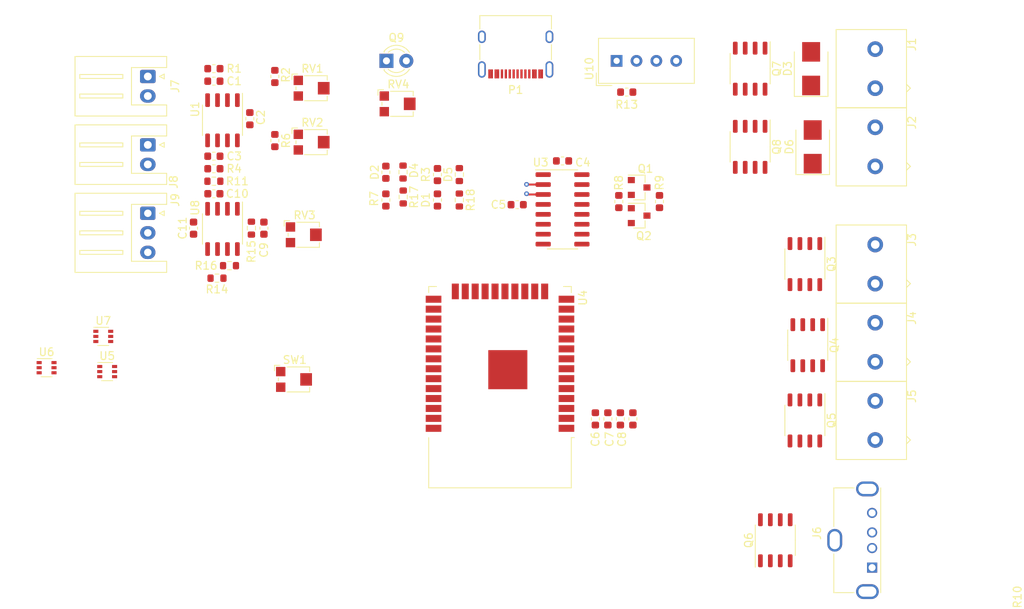
<source format=kicad_pcb>
(kicad_pcb (version 20210126) (generator pcbnew)
  (layers (0 "F.Cu" signal) (31 "B.Cu" signal) (34 "B.Paste" user) (35 "F.Paste" user) (36 "B.SilkS" user "B.Silkscreen") (37 "F.SilkS" user "F.Silkscreen") (38 "B.Mask" user) (39 "F.Mask" user) (44 "Edge.Cuts" user))
  (net 0 "")
  (net 1 "/Controller/EN")
  (net 2 "Net-(Q1-Pad2)")
  (net 3 "Net-(Q1-Pad1)")
  (net 4 "/Controller/IO0")
  (net 5 "Net-(Q2-Pad2)")
  (net 6 "Net-(Q2-Pad1)")
  (net 7 "+3V3")
  (net 8 "/ALERT0_IS_DRY")
  (net 9 "Net-(D1-Pad1)")
  (net 10 "GND")
  (net 11 "/ALERT1_IS_DRY")
  (net 12 "Net-(D2-Pad1)")
  (net 13 "Net-(C5-Pad1)")
  (net 14 "/Controller/RX")
  (net 15 "/Controller/TX")
  (net 16 "Net-(R10-Pad1)")
  (net 17 "Net-(D4-Pad1)")
  (net 18 "/Controller/DH11_IO")
  (net 19 "/AnalogMux/AIN_0")
  (net 20 "Net-(RV1-Pad2)")
  (net 21 "Net-(RV2-Pad2)")
  (net 22 "VDD")
  (net 23 "/WaterPumpControl/WATERPUMP_A-")
  (net 24 "/WATERPUM_B-")
  (net 25 "/LedControl/LEDSTRIP_A-")
  (net 26 "/LedControl/LEDSTRIP_B-")
  (net 27 "/LedControl/LEDSTRIP_C-")
  (net 28 "/LedControl/USB_LEDSTRIP_USB-")
  (net 29 "/FlasherCircuit/D-")
  (net 30 "/FlasherCircuit/D+")
  (net 31 "Net-(D5-Pad1)")
  (net 34 "+5V")
  (net 37 "/Controller/CTRL_LEDSTRIP_A")
  (net 38 "/Controller/CTRL_LEDSTRIP_B")
  (net 39 "/Controller/CTRL_LEDSTRIP_C")
  (net 40 "/Controller/CTRL_LEDSTRIP_USB")
  (net 41 "/Controller/CTRL_WATERPUMP_A")
  (net 42 "/Controller/CTRL_WATERPUMP_B")
  (net 43 "/ALERT2_IS_DARK")
  (net 44 "/ALERT3_CUSTOM")
  (net 45 "Net-(RV3-Pad2)")
  (net 46 "Net-(RV4-Pad2)")
  (net 54 "/SEL0")
  (net 70 "/AnalogMux/AOUT")
  (net 81 "/SEL1")
  (net 86 "/AnalogMux/AIN_1")
  (net 87 "/AnalogMux/AIN_2")
  (net 88 "/AnalogMux/AIN_3")
  (net 89 "/WaterPumpControl/WATERPUMP_B-")
  (footprint "Package_TO_SOT_SMD:SOT-23" (layer "F.Cu") (at 177.8 35.2)
    (fp_text reference "Q1" (at 0.8 -2.4) (layer "F.SilkS"))
    (fp_text value "BC817")
    (pad "1" smd rect (at -1 -0.95) (size 0.9 0.8) (layers "F.Cu" "F.Paste" "F.Mask") (net 3 "Net-(Q1-Pad1)"))
    (pad "2" smd rect (at -1 0.95) (size 0.9 0.8) (layers "F.Cu" "F.Paste" "F.Mask") (net 2 "Net-(Q1-Pad2)"))
    (pad "3" smd rect (at 1 0) (size 0.9 0.8) (layers "F.Cu" "F.Paste" "F.Mask") (net 1 "/Controller/EN"))
  )
  (footprint "Package_TO_SOT_SMD:SOT-23" (layer "F.Cu") (at 177.8 38.8)
    (fp_text reference "Q2" (at 0.6 2.6) (layer "F.SilkS"))
    (fp_text value "BC817")
    (pad "1" smd rect (at -1 -0.95) (size 0.9 0.8) (layers "F.Cu" "F.Paste" "F.Mask") (net 6 "Net-(Q2-Pad1)"))
    (pad "2" smd rect (at -1 0.95) (size 0.9 0.8) (layers "F.Cu" "F.Paste" "F.Mask") (net 5 "Net-(Q2-Pad2)"))
    (pad "3" smd rect (at 1 0) (size 0.9 0.8) (layers "F.Cu" "F.Paste" "F.Mask") (net 4 "/Controller/IO0"))
  )
  (footprint "Resistor_SMD:R_0603_1608Metric" (layer "F.Cu") (at 123.4 20)
    (fp_text reference "R1" (at 2.6 0) (layer "F.SilkS"))
    (fp_text value "10K")
    (pad "1" smd roundrect (at -0.7875 0) (size 0.875 0.95) (layers "F.Cu" "F.Paste" "F.Mask") (net 7 "+3V3"))
    (pad "2" smd roundrect (at 0.7875 0) (size 0.875 0.95) (layers "F.Cu" "F.Paste" "F.Mask") (net 19 "/AnalogMux/AIN_0"))
  )
  (footprint "Resistor_SMD:R_0603_1608Metric" (layer "F.Cu") (at 131.2 21 -90)
    (fp_text reference "R2" (at -0.2 -1.4 90) (layer "F.SilkS"))
    (fp_text value "10K")
    (pad "1" smd roundrect (at -0.7875 0 270) (size 0.875 0.95) (layers "F.Cu" "F.Paste" "F.Mask") (net 7 "+3V3"))
    (pad "2" smd roundrect (at 0.7875 0 270) (size 0.875 0.95) (layers "F.Cu" "F.Paste" "F.Mask") (net 8 "/ALERT0_IS_DRY"))
  )
  (footprint "Resistor_SMD:R_0603_1608Metric" (layer "F.Cu") (at 152 33.55 90)
    (fp_text reference "R3" (at 0 -1.5 90) (layer "F.SilkS"))
    (fp_text value "1K")
    (pad "1" smd roundrect (at -0.7875 0 90) (size 0.875 0.95) (layers "F.Cu" "F.Paste" "F.Mask") (net 9 "Net-(D1-Pad1)"))
    (pad "2" smd roundrect (at 0.7875 0 90) (size 0.875 0.95) (layers "F.Cu" "F.Paste" "F.Mask") (net 8 "/ALERT0_IS_DRY"))
  )
  (footprint "Resistor_SMD:R_0603_1608Metric" (layer "F.Cu") (at 123.4 32.8 180)
    (fp_text reference "R4" (at -2.6 0) (layer "F.SilkS"))
    (fp_text value "10K")
    (pad "1" smd roundrect (at -0.7875 0 180) (size 0.875 0.95) (layers "F.Cu" "F.Paste" "F.Mask") (net 7 "+3V3"))
    (pad "2" smd roundrect (at 0.7875 0 180) (size 0.875 0.95) (layers "F.Cu" "F.Paste" "F.Mask") (net 86 "/AnalogMux/AIN_1"))
  )
  (footprint "Resistor_SMD:R_0603_1608Metric" (layer "F.Cu") (at 131.2 29.2 -90)
    (fp_text reference "R6" (at 0 -1.43 90) (layer "F.SilkS"))
    (fp_text value "10K")
    (pad "1" smd roundrect (at -0.7875 0 270) (size 0.875 0.95) (layers "F.Cu" "F.Paste" "F.Mask") (net 7 "+3V3"))
    (pad "2" smd roundrect (at 0.7875 0 270) (size 0.875 0.95) (layers "F.Cu" "F.Paste" "F.Mask") (net 11 "/ALERT1_IS_DRY"))
  )
  (footprint "Resistor_SMD:R_0603_1608Metric" (layer "F.Cu") (at 145.4 36.8 -90)
    (fp_text reference "R7" (at -0.162779 1.5 90) (layer "F.SilkS"))
    (fp_text value "1K")
    (pad "1" smd roundrect (at -0.7875 0 270) (size 0.875 0.95) (layers "F.Cu" "F.Paste" "F.Mask") (net 12 "Net-(D2-Pad1)"))
    (pad "2" smd roundrect (at 0.7875 0 270) (size 0.875 0.95) (layers "F.Cu" "F.Paste" "F.Mask") (net 11 "/ALERT1_IS_DRY"))
  )
  (footprint "Package_SO:SOIC-16_3.9x9.9mm_P1.27mm" (layer "F.Cu") (at 168 38)
    (fp_text reference "U3" (at -2.8 -6) (layer "F.SilkS"))
    (fp_text value "CH340C")
    (pad "1" smd roundrect (at -2.475 -4.445) (size 1.95 0.6) (layers "F.Cu" "F.Paste" "F.Mask") (net 10 "GND"))
    (pad "2" smd roundrect (at -2.475 -3.175) (size 1.95 0.6) (layers "F.Cu" "F.Paste" "F.Mask") (net 15 "/Controller/TX"))
    (pad "3" smd roundrect (at -2.475 -1.905) (size 1.95 0.6) (layers "F.Cu" "F.Paste" "F.Mask") (net 14 "/Controller/RX"))
    (pad "4" smd roundrect (at -2.475 -0.635) (size 1.95 0.6) (layers "F.Cu" "F.Paste" "F.Mask") (net 13 "Net-(C5-Pad1)"))
    (pad "5" smd roundrect (at -2.475 0.635) (size 1.95 0.6) (layers "F.Cu" "F.Paste" "F.Mask") (net 30 "/FlasherCircuit/D+"))
    (pad "6" smd roundrect (at -2.475 1.905) (size 1.95 0.6) (layers "F.Cu" "F.Paste" "F.Mask") (net 29 "/FlasherCircuit/D-"))
    (pad "7" smd roundrect (at -2.475 3.175) (size 1.95 0.6) (layers "F.Cu" "F.Paste" "F.Mask"))
    (pad "8" smd roundrect (at -2.475 4.445) (size 1.95 0.6) (layers "F.Cu" "F.Paste" "F.Mask"))
    (pad "9" smd roundrect (at 2.475 4.445) (size 1.95 0.6) (layers "F.Cu" "F.Paste" "F.Mask"))
    (pad "10" smd roundrect (at 2.475 3.175) (size 1.95 0.6) (layers "F.Cu" "F.Paste" "F.Mask"))
    (pad "11" smd roundrect (at 2.475 1.905) (size 1.95 0.6) (layers "F.Cu" "F.Paste" "F.Mask"))
    (pad "12" smd roundrect (at 2.475 0.635) (size 1.95 0.6) (layers "F.Cu" "F.Paste" "F.Mask"))
    (pad "13" smd roundrect (at 2.475 -0.635) (size 1.95 0.6) (layers "F.Cu" "F.Paste" "F.Mask") (net 5 "Net-(Q2-Pad2)"))
    (pad "14" smd roundrect (at 2.475 -1.905) (size 1.95 0.6) (layers "F.Cu" "F.Paste" "F.Mask") (net 2 "Net-(Q1-Pad2)"))
    (pad "15" smd roundrect (at 2.475 -3.175) (size 1.95 0.6) (layers "F.Cu" "F.Paste" "F.Mask"))
    (pad "16" smd roundrect (at 2.475 -4.445) (size 1.95 0.6) (layers "F.Cu" "F.Paste" "F.Mask") (net 34 "+5V"))
  )
  (footprint "RF_Module:ESP32-WROOM-32" (layer "F.Cu") (at 160 57.75 180)
    (fp_text reference "U4" (at -10.61 8.43 90) (layer "F.SilkS"))
    (fp_text value "ESP32-WROOM-32")
    (pad "1" smd rect (at -8.5 -8.255 180) (size 2 0.9) (layers "F.Cu" "F.Paste" "F.Mask") (net 10 "GND"))
    (pad "2" smd rect (at -8.5 -6.985 180) (size 2 0.9) (layers "F.Cu" "F.Paste" "F.Mask") (net 7 "+3V3"))
    (pad "3" smd rect (at -8.5 -5.715 180) (size 2 0.9) (layers "F.Cu" "F.Paste" "F.Mask") (net 1 "/Controller/EN"))
    (pad "4" smd rect (at -8.5 -4.445 180) (size 2 0.9) (layers "F.Cu" "F.Paste" "F.Mask") (net 70 "/AnalogMux/AOUT"))
    (pad "5" smd rect (at -8.5 -3.175 180) (size 2 0.9) (layers "F.Cu" "F.Paste" "F.Mask") (net 16 "Net-(R10-Pad1)"))
    (pad "6" smd rect (at -8.5 -1.905 180) (size 2 0.9) (layers "F.Cu" "F.Paste" "F.Mask"))
    (pad "7" smd rect (at -8.5 -0.635 180) (size 2 0.9) (layers "F.Cu" "F.Paste" "F.Mask"))
    (pad "8" smd rect (at -8.5 0.635 180) (size 2 0.9) (layers "F.Cu" "F.Paste" "F.Mask"))
    (pad "9" smd rect (at -8.5 1.905 180) (size 2 0.9) (layers "F.Cu" "F.Paste" "F.Mask"))
    (pad "10" smd rect (at -8.5 3.175 180) (size 2 0.9) (layers "F.Cu" "F.Paste" "F.Mask"))
    (pad "11" smd rect (at -8.5 4.445 180) (size 2 0.9) (layers "F.Cu" "F.Paste" "F.Mask"))
    (pad "12" smd rect (at -8.5 5.715 180) (size 2 0.9) (layers "F.Cu" "F.Paste" "F.Mask"))
    (pad "13" smd rect (at -8.5 6.985 180) (size 2 0.9) (layers "F.Cu" "F.Paste" "F.Mask") (net 37 "/Controller/CTRL_LEDSTRIP_A"))
    (pad "14" smd rect (at -8.5 8.255 180) (size 2 0.9) (layers "F.Cu" "F.Paste" "F.Mask") (net 54 "/SEL0"))
    (pad "15" smd rect (at -5.715 9.255 270) (size 2 0.9) (layers "F.Cu" "F.Paste" "F.Mask") (net 10 "GND"))
    (pad "16" smd rect (at -4.445 9.255 270) (size 2 0.9) (layers "F.Cu" "F.Paste" "F.Mask") (net 81 "/SEL1"))
    (pad "17" smd rect (at -3.175 9.255 270) (size 2 0.9) (layers "F.Cu" "F.Paste" "F.Mask"))
    (pad "18" smd rect (at -1.905 9.255 270) (size 2 0.9) (layers "F.Cu" "F.Paste" "F.Mask"))
    (pad "19" smd rect (at -0.635 9.255 270) (size 2 0.9) (layers "F.Cu" "F.Paste" "F.Mask"))
    (pad "20" smd rect (at 0.635 9.255 270) (size 2 0.9) (layers "F.Cu" "F.Paste" "F.Mask"))
    (pad "21" smd rect (at 1.905 9.255 270) (size 2 0.9) (layers "F.Cu" "F.Paste" "F.Mask"))
    (pad "22" smd rect (at 3.175 9.255 270) (size 2 0.9) (layers "F.Cu" "F.Paste" "F.Mask"))
    (pad "23" smd rect (at 4.445 9.255 270) (size 2 0.9) (layers "F.Cu" "F.Paste" "F.Mask") (net 38 "/Controller/CTRL_LEDSTRIP_B"))
    (pad "24" smd rect (at 5.715 9.255 270) (size 2 0.9) (layers "F.Cu" "F.Paste" "F.Mask"))
    (pad "25" smd rect (at 8.5 8.255 180) (size 2 0.9) (layers "F.Cu" "F.Paste" "F.Mask") (net 4 "/Controller/IO0"))
    (pad "26" smd rect (at 8.5 6.985 180) (size 2 0.9) (layers "F.Cu" "F.Paste" "F.Mask") (net 41 "/Controller/CTRL_WATERPUMP_A"))
    (pad "27" smd rect (at 8.5 5.715 180) (size 2 0.9) (layers "F.Cu" "F.Paste" "F.Mask") (net 39 "/Controller/CTRL_LEDSTRIP_C"))
    (pad "28" smd rect (at 8.5 4.445 180) (size 2 0.9) (layers "F.Cu" "F.Paste" "F.Mask") (net 40 "/Controller/CTRL_LEDSTRIP_USB"))
    (pad "29" smd rect (at 8.5 3.175 180) (size 2 0.9) (layers "F.Cu" "F.Paste" "F.Mask") (net 42 "/Controller/CTRL_WATERPUMP_B"))
    (pad "30" smd rect (at 8.5 1.905 180) (size 2 0.9) (layers "F.Cu" "F.Paste" "F.Mask") (net 8 "/ALERT0_IS_DRY"))
    (pad "31" smd rect (at 8.5 0.635 180) (size 2 0.9) (layers "F.Cu" "F.Paste" "F.Mask") (net 11 "/ALERT1_IS_DRY"))
    (pad "32" smd rect (at 8.5 -0.635 180) (size 2 0.9) (layers "F.Cu" "F.Paste" "F.Mask"))
    (pad "33" smd rect (at 8.5 -1.905 180) (size 2 0.9) (layers "F.Cu" "F.Paste" "F.Mask") (net 43 "/ALERT2_IS_DARK"))
    (pad "34" smd rect (at 8.5 -3.175 180) (size 2 0.9) (layers "F.Cu" "F.Paste" "F.Mask") (net 14 "/Controller/RX"))
    (pad "35" smd rect (at 8.5 -4.445 180) (size 2 0.9) (layers "F.Cu" "F.Paste" "F.Mask") (net 15 "/Controller/TX"))
    (pad "36" smd rect (at 8.5 -5.715 180) (size 2 0.9) (layers "F.Cu" "F.Paste" "F.Mask") (net 44 "/ALERT3_CUSTOM"))
    (pad "37" smd rect (at 8.5 -6.985 180) (size 2 0.9) (layers "F.Cu" "F.Paste" "F.Mask") (net 18 "/Controller/DH11_IO"))
    (pad "38" smd rect (at 8.5 -8.255 180) (size 2 0.9) (layers "F.Cu" "F.Paste" "F.Mask") (net 10 "GND"))
    (pad "39" smd rect (at -1 -0.755 180) (size 5 5) (layers "F.Cu" "F.Paste" "F.Mask") (net 10 "GND"))
  )
  (footprint "Package_TO_SOT_SMD:SOT-363_SC-70-6" (layer "F.Cu") (at 109.75 58.75)
    (fp_text reference "U5" (at 0 -2) (layer "F.SilkS"))
    (fp_text value "NC7SB3157P6X")
    (pad "1" smd rect (at -0.95 -0.65) (size 0.65 0.4) (layers "F.Cu" "F.Paste" "F.Mask"))
    (pad "2" smd rect (at -0.95 0) (size 0.65 0.4) (layers "F.Cu" "F.Paste" "F.Mask") (net 10 "GND"))
    (pad "3" smd rect (at -0.95 0.65) (size 0.65 0.4) (layers "F.Cu" "F.Paste" "F.Mask"))
    (pad "4" smd rect (at 0.95 0.65) (size 0.65 0.4) (layers "F.Cu" "F.Paste" "F.Mask"))
    (pad "5" smd rect (at 0.95 0) (size 0.65 0.4) (layers "F.Cu" "F.Paste" "F.Mask") (net 7 "+3V3"))
    (pad "6" smd rect (at 0.95 -0.65) (size 0.65 0.4) (layers "F.Cu" "F.Paste" "F.Mask"))
  )
  (footprint "Package_TO_SOT_SMD:SOT-363_SC-70-6" (layer "F.Cu") (at 102 58.25)
    (fp_text reference "U6" (at 0 -2) (layer "F.SilkS"))
    (fp_text value "NC7SB3157P6X")
    (pad "1" smd rect (at -0.95 -0.65) (size 0.65 0.4) (layers "F.Cu" "F.Paste" "F.Mask"))
    (pad "2" smd rect (at -0.95 0) (size 0.65 0.4) (layers "F.Cu" "F.Paste" "F.Mask"))
    (pad "3" smd rect (at -0.95 0.65) (size 0.65 0.4) (layers "F.Cu" "F.Paste" "F.Mask"))
    (pad "4" smd rect (at 0.95 0.65) (size 0.65 0.4) (layers "F.Cu" "F.Paste" "F.Mask"))
    (pad "5" smd rect (at 0.95 0) (size 0.65 0.4) (layers "F.Cu" "F.Paste" "F.Mask"))
    (pad "6" smd rect (at 0.95 -0.65) (size 0.65 0.4) (layers "F.Cu" "F.Paste" "F.Mask"))
  )
  (footprint "Package_TO_SOT_SMD:SOT-363_SC-70-6" (layer "F.Cu") (at 109.25 54.25)
    (fp_text reference "U7" (at 0 -2) (layer "F.SilkS"))
    (fp_text value "NC7SB3157P6X")
    (pad "1" smd rect (at -0.95 -0.65) (size 0.65 0.4) (layers "F.Cu" "F.Paste" "F.Mask"))
    (pad "2" smd rect (at -0.95 0) (size 0.65 0.4) (layers "F.Cu" "F.Paste" "F.Mask") (net 54 "/SEL0"))
    (pad "3" smd rect (at -0.95 0.65) (size 0.65 0.4) (layers "F.Cu" "F.Paste" "F.Mask"))
    (pad "4" smd rect (at 0.95 0.65) (size 0.65 0.4) (layers "F.Cu" "F.Paste" "F.Mask") (net 70 "/AnalogMux/AOUT"))
    (pad "5" smd rect (at 0.95 0) (size 0.65 0.4) (layers "F.Cu" "F.Paste" "F.Mask"))
    (pad "6" smd rect (at 0.95 -0.65) (size 0.65 0.4) (layers "F.Cu" "F.Paste" "F.Mask") (net 81 "/SEL1"))
  )
  (footprint "Sensor:Aosong_DHT11_5.5x12.0_P2.54mm" (layer "F.Cu") (at 174.92 19 90)
    (fp_text reference "U10" (at -1 -3.5 90) (layer "F.SilkS"))
    (fp_text value "DHT11")
    (pad "1" thru_hole rect (at 0 0 90) (size 1.5 1.5) (drill 0.8) (layers *.Cu *.Mask) (net 7 "+3V3"))
    (pad "2" thru_hole circle (at 0 2.54 90) (size 1.5 1.5) (drill 0.8) (layers *.Cu *.Mask) (net 18 "/Controller/DH11_IO"))
    (pad "3" thru_hole circle (at 0 5.08 90) (size 1.5 1.5) (drill 0.8) (layers *.Cu *.Mask))
    (pad "4" thru_hole circle (at 0 7.62 90) (size 1.5 1.5) (drill 0.8) (layers *.Cu *.Mask) (net 10 "GND"))
  )
  (footprint "Capacitor_SMD:C_0603_1608Metric" (layer "F.Cu") (at 123.4 21.6 180)
    (fp_text reference "C1" (at -2.6 0) (layer "F.SilkS"))
    (fp_text value "10nF")
    (pad "1" smd roundrect (at -0.7875 0 180) (size 0.875 0.95) (layers "F.Cu" "F.Paste" "F.Mask") (net 19 "/AnalogMux/AIN_0"))
    (pad "2" smd roundrect (at 0.7875 0 180) (size 0.875 0.95) (layers "F.Cu" "F.Paste" "F.Mask") (net 10 "GND"))
  )
  (footprint "Capacitor_SMD:C_0603_1608Metric" (layer "F.Cu") (at 128 26.4 90)
    (fp_text reference "C2" (at 0.162779 1.4 90) (layer "F.SilkS"))
    (fp_text value "100nF")
    (pad "1" smd roundrect (at -0.7875 0 90) (size 0.875 0.95) (layers "F.Cu" "F.Paste" "F.Mask") (net 7 "+3V3"))
    (pad "2" smd roundrect (at 0.7875 0 90) (size 0.875 0.95) (layers "F.Cu" "F.Paste" "F.Mask") (net 10 "GND"))
  )
  (footprint "Capacitor_SMD:C_0603_1608Metric" (layer "F.Cu") (at 123.4 31.2)
    (fp_text reference "C3" (at 2.6 0) (layer "F.SilkS"))
    (fp_text value "10nF")
    (pad "1" smd roundrect (at -0.7875 0) (size 0.875 0.95) (layers "F.Cu" "F.Paste" "F.Mask") (net 86 "/AnalogMux/AIN_1"))
    (pad "2" smd roundrect (at 0.7875 0) (size 0.875 0.95) (layers "F.Cu" "F.Paste" "F.Mask") (net 10 "GND"))
  )
  (footprint "Capacitor_SMD:C_0603_1608Metric" (layer "F.Cu") (at 168 31.8 180)
    (fp_text reference "C4" (at -2.6 -0.2) (layer "F.SilkS"))
    (fp_text value "10uF")
    (pad "1" smd roundrect (at -0.7875 0 180) (size 0.875 0.95) (layers "F.Cu" "F.Paste" "F.Mask") (net 34 "+5V"))
    (pad "2" smd roundrect (at 0.7875 0 180) (size 0.875 0.95) (layers "F.Cu" "F.Paste" "F.Mask") (net 10 "GND"))
  )
  (footprint "Capacitor_SMD:C_0603_1608Metric" (layer "F.Cu") (at 162.2 37.4 180)
    (fp_text reference "C5" (at 2.4 0) (layer "F.SilkS"))
    (fp_text value "0.1nF")
    (pad "1" smd roundrect (at -0.7875 0 180) (size 0.875 0.95) (layers "F.Cu" "F.Paste" "F.Mask") (net 13 "Net-(C5-Pad1)"))
    (pad "2" smd roundrect (at 0.7875 0 180) (size 0.875 0.95) (layers "F.Cu" "F.Paste" "F.Mask") (net 10 "GND"))
  )
  (footprint "Capacitor_SMD:C_0603_1608Metric" (layer "F.Cu") (at 172.2 64.8 -90)
    (fp_text reference "C6" (at 2.6 0 90) (layer "F.SilkS"))
    (fp_text value "1uF")
    (pad "1" smd roundrect (at -0.7875 0 270) (size 0.875 0.95) (layers "F.Cu" "F.Paste" "F.Mask") (net 7 "+3V3"))
    (pad "2" smd roundrect (at 0.7875 0 270) (size 0.875 0.95) (layers "F.Cu" "F.Paste" "F.Mask") (net 10 "GND"))
  )
  (footprint "Capacitor_SMD:C_0603_1608Metric" (layer "F.Cu") (at 173.8 64.8 -90)
    (fp_text reference "C7" (at 2.6 -0.2 90) (layer "F.SilkS"))
    (fp_text value "0.1uF")
    (pad "1" smd roundrect (at -0.7875 0 270) (size 0.875 0.95) (layers "F.Cu" "F.Paste" "F.Mask") (net 7 "+3V3"))
    (pad "2" smd roundrect (at 0.7875 0 270) (size 0.875 0.95) (layers "F.Cu" "F.Paste" "F.Mask") (net 10 "GND"))
  )
  (footprint "Capacitor_SMD:C_0603_1608Metric" (layer "F.Cu") (at 175.4 64.8 -90)
    (fp_text reference "C8" (at 2.6 -0.2 90) (layer "F.SilkS"))
    (fp_text value "C_Small")
    (pad "1" smd roundrect (at -0.7875 0 270) (size 0.875 0.95) (layers "F.Cu" "F.Paste" "F.Mask") (net 1 "/Controller/EN"))
    (pad "2" smd roundrect (at 0.7875 0 270) (size 0.875 0.95) (layers "F.Cu" "F.Paste" "F.Mask") (net 10 "GND"))
  )
  (footprint "Resistor_SMD:R_0603_1608Metric" (layer "F.Cu") (at 152 36.8 -90)
    (fp_text reference "D1" (at 0 1.5 90) (layer "F.SilkS"))
    (fp_text value "LED")
    (pad "1" smd roundrect (at -0.7875 0 270) (size 0.875 0.95) (layers "F.Cu" "F.Paste" "F.Mask") (net 9 "Net-(D1-Pad1)"))
    (pad "2" smd roundrect (at 0.7875 0 270) (size 0.875 0.95) (layers "F.Cu" "F.Paste" "F.Mask") (net 7 "+3V3"))
  )
  (footprint "Resistor_SMD:R_0603_1608Metric" (layer "F.Cu") (at 145.4 33.25 90)
    (fp_text reference "D2" (at 0 -1.43 90) (layer "F.SilkS"))
    (fp_text value "LED")
    (pad "1" smd roundrect (at -0.7875 0 90) (size 0.875 0.95) (layers "F.Cu" "F.Paste" "F.Mask") (net 12 "Net-(D2-Pad1)"))
    (pad "2" smd roundrect (at 0.7875 0 90) (size 0.875 0.95) (layers "F.Cu" "F.Paste" "F.Mask") (net 7 "+3V3"))
  )
  (footprint "Connector_USB:USB_A_Molex_105057_Vertical" (layer "F.Cu") (at 207.6 83.825 90)
    (fp_text reference "J6" (at 4.4 -7.05 90) (layer "F.SilkS"))
    (fp_text value "USB_A")
    (pad "1" thru_hole rect (at 0 0 90) (size 1.3 1.3) (drill 0.9) (layers *.Cu *.Mask) (net 34 "+5V"))
    (pad "2" thru_hole circle (at 2.5 0 90) (size 1.3 1.3) (drill 0.9) (layers *.Cu *.Mask))
    (pad "3" thru_hole circle (at 4.5 0 90) (size 1.3 1.3) (drill 0.9) (layers *.Cu *.Mask))
    (pad "4" thru_hole circle (at 7 0 90) (size 1.3 1.3) (drill 0.9) (layers *.Cu *.Mask) (net 28 "/LedControl/USB_LEDSTRIP_USB-"))
    (pad "5" thru_hole oval (at 10.07 -0.6 90) (size 1.9 2.9) (drill oval 1.3 2.3) (layers *.Cu *.Mask) (net 10 "GND"))
    (pad "5" thru_hole oval (at -3.07 -0.6 270) (size 1.9 2.9) (drill oval 1.3 2.3) (layers *.Cu *.Mask) (net 10 "GND"))
    (pad "5" thru_hole oval (at 3.5 -4.78 180) (size 1.9 2.9) (drill oval 1.3 2.3) (layers *.Cu *.Mask) (net 10 "GND"))
  )
  (footprint "Resistor_SMD:R_0603_1608Metric" (layer "F.Cu") (at 175.2 37 90)
    (fp_text reference "R8" (at 2.4 0 90) (layer "F.SilkS"))
    (fp_text value "R_Small")
    (pad "1" smd roundrect (at -0.7875 0 90) (size 0.875 0.95) (layers "F.Cu" "F.Paste" "F.Mask") (net 5 "Net-(Q2-Pad2)"))
    (pad "2" smd roundrect (at 0.7875 0 90) (size 0.875 0.95) (layers "F.Cu" "F.Paste" "F.Mask") (net 3 "Net-(Q1-Pad1)"))
  )
  (footprint "Resistor_SMD:R_0603_1608Metric" (layer "F.Cu") (at 180.4 37 -90)
    (fp_text reference "R9" (at -2.4125 0 90) (layer "F.SilkS"))
    (fp_text value "R_Small")
    (pad "1" smd roundrect (at -0.7875 0 270) (size 0.875 0.95) (layers "F.Cu" "F.Paste" "F.Mask") (net 2 "Net-(Q1-Pad2)"))
    (pad "2" smd roundrect (at 0.7875 0 270) (size 0.875 0.95) (layers "F.Cu" "F.Paste" "F.Mask") (net 6 "Net-(Q2-Pad1)"))
  )
  (footprint "Resistor_SMD:R_0603_1608Metric" (layer "F.Cu") (at 177 64.8 -90)
    (fp_text reference "R10" (at 22.78 -49.2 90) (layer "F.SilkS"))
    (fp_text value "0")
    (pad "1" smd roundrect (at -0.7875 0 270) (size 0.875 0.95) (layers "F.Cu" "F.Paste" "F.Mask") (net 16 "Net-(R10-Pad1)"))
    (pad "2" smd roundrect (at 0.7875 0 270) (size 0.875 0.95) (layers "F.Cu" "F.Paste" "F.Mask") (net 10 "GND"))
  )
  (footprint "Resistor_SMD:R_0603_1608Metric" (layer "F.Cu") (at 176.2125 23)
    (fp_text reference "R13" (at 0 1.6) (layer "F.SilkS"))
    (fp_text value "10K")
    (pad "1" smd roundrect (at -0.7875 0) (size 0.875 0.95) (layers "F.Cu" "F.Paste" "F.Mask") (net 7 "+3V3"))
    (pad "2" smd roundrect (at 0.7875 0) (size 0.875 0.95) (layers "F.Cu" "F.Paste" "F.Mask") (net 18 "/Controller/DH11_IO"))
  )
  (footprint "Potentiometer_SMD:Potentiometer_Bourns_TC33X_Vertical" (layer "F.Cu") (at 136 22.5)
    (fp_text reference "RV1" (at 0 -2.5) (layer "F.SilkS"))
    (fp_text value "10K")
    (pad "1" smd rect (at -1.8 -1) (size 1.2 1.2) (layers "F.Cu" "F.Paste" "F.Mask") (net 7 "+3V3"))
    (pad "2" smd rect (at 1.45 0) (size 1.5 1.6) (layers "F.Cu" "F.Paste" "F.Mask") (net 20 "Net-(RV1-Pad2)"))
    (pad "3" smd rect (at -1.8 1) (size 1.2 1.2) (layers "F.Cu" "F.Paste" "F.Mask") (net 10 "GND"))
  )
  (footprint "Potentiometer_SMD:Potentiometer_Bourns_TC33X_Vertical" (layer "F.Cu") (at 136 29.4)
    (fp_text reference "RV2" (at 0 -2.5) (layer "F.SilkS"))
    (fp_text value "10K")
    (pad "1" smd rect (at -1.8 -1) (size 1.2 1.2) (layers "F.Cu" "F.Paste" "F.Mask") (net 7 "+3V3"))
    (pad "2" smd rect (at 1.45 0) (size 1.5 1.6) (layers "F.Cu" "F.Paste" "F.Mask") (net 21 "Net-(RV2-Pad2)"))
    (pad "3" smd rect (at -1.8 1) (size 1.2 1.2) (layers "F.Cu" "F.Paste" "F.Mask") (net 10 "GND"))
  )
  (footprint "Potentiometer_SMD:Potentiometer_Bourns_TC33X_Vertical" (layer "F.Cu") (at 133.75 59.75)
    (fp_text reference "SW1" (at 0 -2.5) (layer "F.SilkS"))
    (fp_text value "SW_Push")
    (pad "1" smd rect (at -1.8 -1) (size 1.2 1.2) (layers "F.Cu" "F.Paste" "F.Mask") (net 10 "GND"))
    (pad "2" smd rect (at 1.45 0) (size 1.5 1.6) (layers "F.Cu" "F.Paste" "F.Mask") (net 1 "/Controller/EN"))
    (pad "3" smd rect (at -1.8 1) (size 1.2 1.2) (layers "F.Cu" "F.Paste" "F.Mask"))
  )
  (footprint "Package_SO:SO-8_3.9x4.9mm_P1.27mm" (layer "F.Cu") (at 124.5 26.6 -90)
    (fp_text reference "U1" (at -1.4 3.5 90) (layer "F.SilkS"))
    (fp_text value "LM293")
    (pad "1" smd roundrect (at -2.575 -1.905 270) (size 1.75 0.6) (layers "F.Cu" "F.Paste" "F.Mask") (net 8 "/ALERT0_IS_DRY"))
    (pad "2" smd roundrect (at -2.575 -0.635 270) (size 1.75 0.6) (layers "F.Cu" "F.Paste" "F.Mask") (net 20 "Net-(RV1-Pad2)"))
    (pad "3" smd roundrect (at -2.575 0.635 270) (size 1.75 0.6) (layers "F.Cu" "F.Paste" "F.Mask") (net 19 "/AnalogMux/AIN_0"))
    (pad "4" smd roundrect (at -2.575 1.905 270) (size 1.75 0.6) (layers "F.Cu" "F.Paste" "F.Mask") (net 10 "GND"))
    (pad "5" smd roundrect (at 2.575 1.905 270) (size 1.75 0.6) (layers "F.Cu" "F.Paste" "F.Mask") (net 86 "/AnalogMux/AIN_1"))
    (pad "6" smd roundrect (at 2.575 0.635 270) (size 1.75 0.6) (layers "F.Cu" "F.Paste" "F.Mask") (net 21 "Net-(RV2-Pad2)"))
    (pad "7" smd roundrect (at 2.575 -0.635 270) (size 1.75 0.6) (layers "F.Cu" "F.Paste" "F.Mask") (net 11 "/ALERT1_IS_DRY"))
    (pad "8" smd roundrect (at 2.575 -1.905 270) (size 1.75 0.6) (layers "F.Cu" "F.Paste" "F.Mask") (net 7 "+3V3"))
  )
  (footprint "ConnectorsSMD:TB001-500-02BE" (layer "F.Cu") (at 208 20 -90)
    (fp_text reference "J1" (at -3.1 -4.7 90) (layer "F.SilkS"))
    (fp_text value "Conn_01x02")
    (pad "1" thru_hole circle (at 2.5 0 270) (size 2 2) (drill 1.1) (layers *.Cu *.Mask) (net 22 "VDD"))
    (pad "2" thru_hole circle (at -2.5 0 270) (size 2 2) (drill 1.1) (layers *.Cu *.Mask) (net 23 "/WaterPumpControl/WATERPUMP_A-"))
  )
  (footprint "ConnectorsSMD:TB001-500-02BE" (layer "F.Cu") (at 208 30 -90)
    (fp_text reference "J2" (at -3.1 -4.7 90) (layer "F.SilkS"))
    (fp_text value "Conn_01x02")
    (pad "1" thru_hole circle (at 2.5 0 270) (size 2 2) (drill 1.1) (layers *.Cu *.Mask) (net 22 "VDD"))
    (pad "2" thru_hole circle (at -2.5 0 270) (size 2 2) (drill 1.1) (layers *.Cu *.Mask) (net 24 "/WATERPUM_B-"))
  )
  (footprint "ConnectorsSMD:TB001-500-02BE" (layer "F.Cu") (at 208 45 -90)
    (fp_text reference "J3" (at -3.1 -4.7 90) (layer "F.SilkS"))
    (fp_text value "Conn_01x02")
    (pad "1" thru_hole circle (at 2.5 0 270) (size 2 2) (drill 1.1) (layers *.Cu *.Mask) (net 22 "VDD"))
    (pad "2" thru_hole circle (at -2.5 0 270) (size 2 2) (drill 1.1) (layers *.Cu *.Mask) (net 25 "/LedControl/LEDSTRIP_A-"))
  )
  (footprint "ConnectorsSMD:TB001-500-02BE" (layer "F.Cu") (at 208 55 -90)
    (fp_text reference "J4" (at -3.1 -4.7 90) (layer "F.SilkS"))
    (fp_text value "Conn_01x02")
    (pad "1" thru_hole circle (at 2.5 0 270) (size 2 2) (drill 1.1) (layers *.Cu *.Mask) (net 22 "VDD"))
    (pad "2" thru_hole circle (at -2.5 0 270) (size 2 2) (drill 1.1) (layers *.Cu *.Mask) (net 26 "/LedControl/LEDSTRIP_B-"))
  )
  (footprint "ConnectorsSMD:TB001-500-02BE" (layer "F.Cu") (at 208 65 -90)
    (fp_text reference "J5" (at -3.1 -4.7 90) (layer "F.SilkS"))
    (fp_text value "Conn_01x02")
    (pad "1" thru_hole circle (at 2.5 0 270) (size 2 2) (drill 1.1) (layers *.Cu *.Mask) (net 22 "VDD"))
    (pad "2" thru_hole circle (at -2.5 0 270) (size 2 2) (drill 1.1) (layers *.Cu *.Mask) (net 27 "/LedControl/LEDSTRIP_C-"))
  )
  (footprint "Connector_JST:JST_XH_S2B-XH-A_1x02_P2.50mm_Horizontal" (layer "F.Cu") (at 114.95 21 -90)
    (fp_text reference "J7" (at 1.25 -3.5 90) (layer "F.SilkS"))
    (fp_text value "Conn_01x02")
    (pad "1" thru_hole roundrect (at 0 0 270) (size 1.7 2) (drill 1) (layers *.Cu *.Mask) (roundrect_rratio 0.147059) (net 19 "/AnalogMux/AIN_0"))
    (pad "2" thru_hole oval (at 2.5 0 270) (size 1.7 2) (drill 1) (layers *.Cu *.Mask) (net 10 "GND"))
  )
  (footprint "Connector_JST:JST_XH_S2B-XH-A_1x02_P2.50mm_Horizontal" (layer "F.Cu") (at 114.95 29.75 -90)
    (fp_text reference "J8" (at 4.75 -3.3 90) (layer "F.SilkS"))
    (fp_text value "Conn_01x02")
    (pad "1" thru_hole roundrect (at 0 0 270) (size 1.7 2) (drill 1) (layers *.Cu *.Mask) (roundrect_rratio 0.147059) (net 86 "/AnalogMux/AIN_1"))
    (pad "2" thru_hole oval (at 2.5 0 270) (size 1.7 2) (drill 1) (layers *.Cu *.Mask) (net 10 "GND"))
  )
  (footprint "Package_SO:SOP-8_3.9x4.9mm_P1.27mm" (layer "F.Cu") (at 199 45 -90)
    (fp_text reference "Q3" (at 0 -3.4 90) (layer "F.SilkS"))
    (fp_text value "NCE3018AS")
    (pad "1" smd roundrect (at -2.625 -1.905 270) (size 1.65 0.6) (layers "F.Cu" "F.Paste" "F.Mask") (net 25 "/LedControl/LEDSTRIP_A-"))
    (pad "2" smd roundrect (at -2.625 -0.635 270) (size 1.65 0.6) (layers "F.Cu" "F.Paste" "F.Mask") (net 37 "/Controller/CTRL_LEDSTRIP_A"))
    (pad "3" smd roundrect (at -2.625 0.635 270) (size 1.65 0.6) (layers "F.Cu" "F.Paste" "F.Mask") (net 10 "GND"))
    (pad "4" smd roundrect (at -2.625 1.905 270) (size 1.65 0.6) (layers "F.Cu" "F.Paste" "F.Mask"))
    (pad "5" smd roundrect (at 2.625 1.905 270) (size 1.65 0.6) (layers "F.Cu" "F.Paste" "F.Mask"))
    (pad "6" smd roundrect (at 2.625 0.635 270) (size 1.65 0.6) (layers "F.Cu" "F.Paste" "F.Mask"))
    (pad "7" smd roundrect (at 2.625 -0.635 270) (size 1.65 0.6) (layers "F.Cu" "F.Paste" "F.Mask"))
    (pad "8" smd roundrect (at 2.625 -1.905 270) (size 1.65 0.6) (layers "F.Cu" "F.Paste" "F.Mask"))
  )
  (footprint "Package_SO:SOP-8_3.9x4.9mm_P1.27mm" (layer "F.Cu") (at 199.365 55.375 -90)
    (fp_text reference "Q4" (at 0 -3.4 90) (layer "F.SilkS"))
    (fp_text value "NCE3018AS")
    (pad "1" smd roundrect (at -2.625 -1.905 270) (size 1.65 0.6) (layers "F.Cu" "F.Paste" "F.Mask") (net 26 "/LedControl/LEDSTRIP_B-"))
    (pad "2" smd roundrect (at -2.625 -0.635 270) (size 1.65 0.6) (layers "F.Cu" "F.Paste" "F.Mask") (net 38 "/Controller/CTRL_LEDSTRIP_B"))
    (pad "3" smd roundrect (at -2.625 0.635 270) (size 1.65 0.6) (layers "F.Cu" "F.Paste" "F.Mask") (net 10 "GND"))
    (pad "4" smd roundrect (at -2.625 1.905 270) (size 1.65 0.6) (layers "F.Cu" "F.Paste" "F.Mask"))
    (pad "5" smd roundrect (at 2.625 1.905 270) (size 1.65 0.6) (layers "F.Cu" "F.Paste" "F.Mask"))
    (pad "6" smd roundrect (at 2.625 0.635 270) (size 1.65 0.6) (layers "F.Cu" "F.Paste" "F.Mask"))
    (pad "7" smd roundrect (at 2.625 -0.635 270) (size 1.65 0.6) (layers "F.Cu" "F.Paste" "F.Mask"))
    (pad "8" smd roundrect (at 2.625 -1.905 270) (size 1.65 0.6) (layers "F.Cu" "F.Paste" "F.Mask"))
  )
  (footprint "Package_SO:SOP-8_3.9x4.9mm_P1.27mm" (layer "F.Cu") (at 199 65 -90)
    (fp_text reference "Q5" (at 0 -3.4 90) (layer "F.SilkS"))
    (fp_text value "NCE3018AS")
    (pad "1" smd roundrect (at -2.625 -1.905 270) (size 1.65 0.6) (layers "F.Cu" "F.Paste" "F.Mask") (net 27 "/LedControl/LEDSTRIP_C-"))
    (pad "2" smd roundrect (at -2.625 -0.635 270) (size 1.65 0.6) (layers "F.Cu" "F.Paste" "F.Mask") (net 39 "/Controller/CTRL_LEDSTRIP_C"))
    (pad "3" smd roundrect (at -2.625 0.635 270) (size 1.65 0.6) (layers "F.Cu" "F.Paste" "F.Mask") (net 10 "GND"))
    (pad "4" smd roundrect (at -2.625 1.905 270) (size 1.65 0.6) (layers "F.Cu" "F.Paste" "F.Mask"))
    (pad "5" smd roundrect (at 2.625 1.905 270) (size 1.65 0.6) (layers "F.Cu" "F.Paste" "F.Mask"))
    (pad "6" smd roundrect (at 2.625 0.635 270) (size 1.65 0.6) (layers "F.Cu" "F.Paste" "F.Mask"))
    (pad "7" smd roundrect (at 2.625 -0.635 270) (size 1.65 0.6) (layers "F.Cu" "F.Paste" "F.Mask"))
    (pad "8" smd roundrect (at 2.625 -1.905 270) (size 1.65 0.6) (layers "F.Cu" "F.Paste" "F.Mask"))
  )
  (footprint "Package_SO:SOP-8_3.9x4.9mm_P1.27mm" (layer "F.Cu") (at 195.215 80.325 90)
    (fp_text reference "Q6" (at 0 -3.4 90) (layer "F.SilkS"))
    (fp_text value "NCE3018AS")
    (pad "1" smd roundrect (at -2.625 -1.905 90) (size 1.65 0.6) (layers "F.Cu" "F.Paste" "F.Mask") (net 28 "/LedControl/USB_LEDSTRIP_USB-"))
    (pad "2" smd roundrect (at -2.625 -0.635 90) (size 1.65 0.6) (layers "F.Cu" "F.Paste" "F.Mask") (net 40 "/Controller/CTRL_LEDSTRIP_USB"))
    (pad "3" smd roundrect (at -2.625 0.635 90) (size 1.65 0.6) (layers "F.Cu" "F.Paste" "F.Mask") (net 10 "GND"))
    (pad "4" smd roundrect (at -2.625 1.905 90) (size 1.65 0.6) (layers "F.Cu" "F.Paste" "F.Mask"))
    (pad "5" smd roundrect (at 2.625 1.905 90) (size 1.65 0.6) (layers "F.Cu" "F.Paste" "F.Mask"))
    (pad "6" smd roundrect (at 2.625 0.635 90) (size 1.65 0.6) (layers "F.Cu" "F.Paste" "F.Mask"))
    (pad "7" smd roundrect (at 2.625 -0.635 90) (size 1.65 0.6) (layers "F.Cu" "F.Paste" "F.Mask"))
    (pad "8" smd roundrect (at 2.625 -1.905 90) (size 1.65 0.6) (layers "F.Cu" "F.Paste" "F.Mask"))
  )
  (footprint "Package_SO:SOP-8_3.9x4.9mm_P1.27mm" (layer "F.Cu") (at 192 20 -90)
    (fp_text reference "Q7" (at 0 -3.4 90) (layer "F.SilkS"))
    (fp_text value "NCE3018AS")
    (pad "1" smd roundrect (at -2.625 -1.905 270) (size 1.65 0.6) (layers "F.Cu" "F.Paste" "F.Mask") (net 23 "/WaterPumpControl/WATERPUMP_A-"))
    (pad "2" smd roundrect (at -2.625 -0.635 270) (size 1.65 0.6) (layers "F.Cu" "F.Paste" "F.Mask") (net 41 "/Controller/CTRL_WATERPUMP_A"))
    (pad "3" smd roundrect (at -2.625 0.635 270) (size 1.65 0.6) (layers "F.Cu" "F.Paste" "F.Mask") (net 10 "GND"))
    (pad "4" smd roundrect (at -2.625 1.905 270) (size 1.65 0.6) (layers "F.Cu" "F.Paste" "F.Mask"))
    (pad "5" smd roundrect (at 2.625 1.905 270) (size 1.65 0.6) (layers "F.Cu" "F.Paste" "F.Mask"))
    (pad "6" smd roundrect (at 2.625 0.635 270) (size 1.65 0.6) (layers "F.Cu" "F.Paste" "F.Mask"))
    (pad "7" smd roundrect (at 2.625 -0.635 270) (size 1.65 0.6) (layers "F.Cu" "F.Paste" "F.Mask"))
    (pad "8" smd roundrect (at 2.625 -1.905 270) (size 1.65 0.6) (layers "F.Cu" "F.Paste" "F.Mask"))
  )
  (footprint "Package_SO:SOP-8_3.9x4.9mm_P1.27mm" (layer "F.Cu") (at 192 30 -90)
    (fp_text reference "Q8" (at 0 -3.4 90) (layer "F.SilkS"))
    (fp_text value "NCE3018AS")
    (pad "1" smd roundrect (at -2.625 -1.905 270) (size 1.65 0.6) (layers "F.Cu" "F.Paste" "F.Mask") (net 89 "/WaterPumpControl/WATERPUMP_B-"))
    (pad "2" smd roundrect (at -2.625 -0.635 270) (size 1.65 0.6) (layers "F.Cu" "F.Paste" "F.Mask") (net 42 "/Controller/CTRL_WATERPUMP_B"))
    (pad "3" smd roundrect (at -2.625 0.635 270) (size 1.65 0.6) (layers "F.Cu" "F.Paste" "F.Mask") (net 10 "GND"))
    (pad "4" smd roundrect (at -2.625 1.905 270) (size 1.65 0.6) (layers "F.Cu" "F.Paste" "F.Mask"))
    (pad "5" smd roundrect (at 2.625 1.905 270) (size 1.65 0.6) (layers "F.Cu" "F.Paste" "F.Mask"))
    (pad "6" smd roundrect (at 2.625 0.635 270) (size 1.65 0.6) (layers "F.Cu" "F.Paste" "F.Mask"))
    (pad "7" smd roundrect (at 2.625 -0.635 270) (size 1.65 0.6) (layers "F.Cu" "F.Paste" "F.Mask"))
    (pad "8" smd roundrect (at 2.625 -1.905 270) (size 1.65 0.6) (layers "F.Cu" "F.Paste" "F.Mask"))
  )
  (footprint "Connector_USB:USB_C_Receptacle_XKB_U262-16XN-4BVC11" (layer "F.Cu") (at 162 17 180)
    (fp_text reference "P1" (at 0 -5.715) (layer "F.SilkS"))
    (fp_text value "U262-161N-4BVC11")
    (pad "" np_thru_hole circle (at 2.89 -2.605 180) (size 0.65 0.65) (drill 0.65) (layers *.Cu *.Mask))
    (pad "" np_thru_hole circle (at -2.89 -2.605 180) (size 0.65 0.65) (drill 0.65) (layers *.Cu *.Mask))
    (pad "A1" smd rect (at -3.35 -3.67 180) (size 0.3 1.15) (layers "F.Cu" "F.Paste" "F.Mask") (net 10 "GND"))
    (pad "A4" smd rect (at -2.55 -3.67 180) (size 0.3 1.15) (layers "F.Cu" "F.Paste" "F.Mask") (net 34 "+5V"))
    (pad "A5" smd rect (at -1.25 -3.67 180) (size 0.3 1.15) (layers "F.Cu" "F.Paste" "F.Mask"))
    (pad "A6" smd rect (at -0.25 -3.67 180) (size 0.3 1.15) (layers "F.Cu" "F.Paste" "F.Mask") (net 30 "/FlasherCircuit/D+"))
    (pad "A7" smd rect (at 0.25 -3.67 180) (size 0.3 1.15) (layers "F.Cu" "F.Paste" "F.Mask") (net 29 "/FlasherCircuit/D-"))
    (pad "A8" smd rect (at 1.25 -3.67 180) (size 0.3 1.15) (layers "F.Cu" "F.Paste" "F.Mask"))
    (pad "A9" smd rect (at 2.55 -3.67 180) (size 0.3 1.15) (layers "F.Cu" "F.Paste" "F.Mask") (net 34 "+5V"))
    (pad "A12" smd rect (at 3.35 -3.67 180) (size 0.3 1.15) (layers "F.Cu" "F.Paste" "F.Mask") (net 10 "GND"))
    (pad "B1" smd rect (at 3.05 -3.67 180) (size 0.3 1.15) (layers "F.Cu" "F.Paste" "F.Mask") (net 10 "GND"))
    (pad "B4" smd rect (at 2.25 -3.67 180) (size 0.3 1.15) (layers "F.Cu" "F.Paste" "F.Mask") (net 34 "+5V"))
    (pad "B5" smd rect (at 1.75 -3.67 180) (size 0.3 1.15) (layers "F.Cu" "F.Paste" "F.Mask"))
    (pad "B6" smd rect (at 0.75 -3.67 180) (size 0.3 1.15) (layers "F.Cu" "F.Paste" "F.Mask"))
    (pad "B7" smd rect (at -0.75 -3.67 180) (size 0.3 1.15) (layers "F.Cu" "F.Paste" "F.Mask"))
    (pad "B8" smd rect (at -1.75 -3.67 180) (size 0.3 1.15) (layers "F.Cu" "F.Paste" "F.Mask"))
    (pad "B9" smd rect (at -2.25 -3.67 180) (size 0.3 1.15) (layers "F.Cu" "F.Paste" "F.Mask") (net 34 "+5V"))
    (pad "B12" smd rect (at -3.05 -3.67 180) (size 0.3 1.15) (layers "F.Cu" "F.Paste" "F.Mask") (net 10 "GND"))
    (pad "S1" thru_hole oval (at -4.32 1.075 180) (size 1 1.6) (drill oval 0.6 1.2) (layers *.Cu *.Mask) (net 10 "GND"))
    (pad "S1" thru_hole oval (at 4.32 1.075 180) (size 1 1.6) (drill oval 0.6 1.2) (layers *.Cu *.Mask) (net 10 "GND"))
    (pad "S1" thru_hole oval (at 4.32 -3.105 180) (size 1 2.1) (drill oval 0.6 1.7) (layers *.Cu *.Mask) (net 10 "GND"))
    (pad "S1" thru_hole oval (at -4.32 -3.105 180) (size 1 2.1) (drill oval 0.6 1.7) (layers *.Cu *.Mask) (net 10 "GND"))
  )
  (footprint "Connector_JST:JST_XH_S3B-XH-A_1x03_P2.50mm_Horizontal" (layer "F.Cu") (at 114.95 38.5 -90)
    (fp_text reference "J9" (at -1.7 -3.5 90) (layer "F.SilkS"))
    (fp_text value "Conn_01x03")
    (pad "1" thru_hole roundrect (at 0 0 270) (size 1.7 1.95) (drill 0.95) (layers *.Cu *.Mask) (roundrect_rratio 0.147059) (net 7 "+3V3"))
    (pad "2" thru_hole oval (at 2.5 0 270) (size 1.7 1.95) (drill 0.95) (layers *.Cu *.Mask) (net 88 "/AnalogMux/AIN_3"))
    (pad "3" thru_hole oval (at 5 0 270) (size 1.7 1.95) (drill 0.95) (layers *.Cu *.Mask) (net 10 "GND"))
  )
  (footprint "Capacitor_SMD:C_0603_1608Metric" (layer "F.Cu") (at 129.8 40.4 90)
    (fp_text reference "C9" (at -2.8 0 90) (layer "F.SilkS"))
    (fp_text value "100nF")
    (pad "1" smd roundrect (at -0.775 0 90) (size 0.9 0.95) (layers "F.Cu" "F.Paste" "F.Mask") (net 7 "+3V3"))
    (pad "2" smd roundrect (at 0.775 0 90) (size 0.9 0.95) (layers "F.Cu" "F.Paste" "F.Mask") (net 10 "GND"))
  )
  (footprint "Package_SO:SO-8_3.9x4.9mm_P1.27mm" (layer "F.Cu") (at 124.5 40.5 -90)
    (fp_text reference "U8" (at -2.7 3.5 90) (layer "F.SilkS"))
    (fp_text value "LM293")
    (pad "1" smd roundrect (at -2.575 -1.905 270) (size 1.75 0.6) (layers "F.Cu" "F.Paste" "F.Mask") (net 43 "/ALERT2_IS_DARK"))
    (pad "2" smd roundrect (at -2.575 -0.635 270) (size 1.75 0.6) (layers "F.Cu" "F.Paste" "F.Mask") (net 45 "Net-(RV3-Pad2)"))
    (pad "3" smd roundrect (at -2.575 0.635 270) (size 1.75 0.6) (layers "F.Cu" "F.Paste" "F.Mask") (net 87 "/AnalogMux/AIN_2"))
    (pad "4" smd roundrect (at -2.575 1.905 270) (size 1.75 0.6) (layers "F.Cu" "F.Paste" "F.Mask") (net 10 "GND"))
    (pad "5" smd roundrect (at 2.575 1.905 270) (size 1.75 0.6) (layers "F.Cu" "F.Paste" "F.Mask") (net 88 "/AnalogMux/AIN_3"))
    (pad "6" smd roundrect (at 2.575 0.635 270) (size 1.75 0.6) (layers "F.Cu" "F.Paste" "F.Mask") (net 46 "Net-(RV4-Pad2)"))
    (pad "7" smd roundrect (at 2.575 -0.635 270) (size 1.75 0.6) (layers "F.Cu" "F.Paste" "F.Mask") (net 44 "/ALERT3_CUSTOM"))
    (pad "8" smd roundrect (at 2.575 -1.905 270) (size 1.75 0.6) (layers "F.Cu" "F.Paste" "F.Mask") (net 7 "+3V3"))
  )
  (footprint "Capacitor_SMD:C_0603_1608Metric" (layer "F.Cu") (at 120.8 40.4 90)
    (fp_text reference "C11" (at 0 -1.4 90) (layer "F.SilkS"))
    (fp_text value "10nF")
    (pad "1" smd roundrect (at -0.775 0 90) (size 0.9 0.95) (layers "F.Cu" "F.Paste" "F.Mask") (net 88 "/AnalogMux/AIN_3"))
    (pad "2" smd roundrect (at 0.775 0 90) (size 0.9 0.95) (layers "F.Cu" "F.Paste" "F.Mask") (net 10 "GND"))
  )
  (footprint "Capacitor_SMD:C_0603_1608Metric" (layer "F.Cu") (at 123.4 36 180)
    (fp_text reference "C10" (at -3 0) (layer "F.SilkS"))
    (fp_text value "10nF")
    (pad "1" smd roundrect (at -0.775 0 180) (size 0.9 0.95) (layers "F.Cu" "F.Paste" "F.Mask") (net 87 "/AnalogMux/AIN_2"))
    (pad "2" smd roundrect (at 0.775 0 180) (size 0.9 0.95) (layers "F.Cu" "F.Paste" "F.Mask") (net 10 "GND"))
  )
  (footprint "Resistor_SMD:R_0603_1608Metric" (layer "F.Cu") (at 147.62 36.415 -90)
    (fp_text reference "R17" (at 0.01 -1.38 90) (layer "F.SilkS"))
    (fp_text value "1K")
    (pad "1" smd roundrect (at -0.825 0 270) (size 0.8 0.95) (layers "F.Cu" "F.Paste" "F.Mask") (net 17 "Net-(D4-Pad1)"))
    (pad "2" smd roundrect (at 0.825 0 270) (size 0.8 0.95) (layers "F.Cu" "F.Paste" "F.Mask") (net 43 "/ALERT2_IS_DARK"))
  )
  (footprint "Resistor_SMD:R_0603_1608Metric" (layer "F.Cu") (at 123.8 46.8 180)
    (fp_text reference "R14" (at 0 -1.43) (layer "F.SilkS"))
    (fp_text value "10K")
    (pad "1" smd roundrect (at -0.825 0 180) (size 0.8 0.95) (layers "F.Cu" "F.Paste" "F.Mask") (net 7 "+3V3"))
    (pad "2" smd roundrect (at 0.825 0 180) (size 0.8 0.95) (layers "F.Cu" "F.Paste" "F.Mask") (net 88 "/AnalogMux/AIN_3"))
  )
  (footprint "Resistor_SMD:R_0603_1608Metric" (layer "F.Cu") (at 154.8 36.8 -90)
    (fp_text reference "R18" (at 0 -1.43 90) (layer "F.SilkS"))
    (fp_text value "1K")
    (pad "1" smd roundrect (at -0.825 0 270) (size 0.8 0.95) (layers "F.Cu" "F.Paste" "F.Mask") (net 31 "Net-(D5-Pad1)"))
    (pad "2" smd roundrect (at 0.825 0 270) (size 0.8 0.95) (layers "F.Cu" "F.Paste" "F.Mask") (net 44 "/ALERT3_CUSTOM"))
  )
  (footprint "Potentiometer_SMD:Potentiometer_Bourns_TC33X_Vertical" (layer "F.Cu") (at 147 24.5)
    (fp_text reference "RV4" (at 0 -2.5) (layer "F.SilkS"))
    (fp_text value "10K")
    (pad "1" smd rect (at -1.8 -1) (size 1.2 1.2) (layers "F.Cu" "F.Paste" "F.Mask") (net 7 "+3V3"))
    (pad "2" smd rect (at 1.45 0) (size 1.5 1.6) (layers "F.Cu" "F.Paste" "F.Mask") (net 46 "Net-(RV4-Pad2)"))
    (pad "3" smd rect (at -1.8 1) (size 1.2 1.2) (layers "F.Cu" "F.Paste" "F.Mask") (net 10 "GND"))
  )
  (footprint "Diode_SMD:D_SMB" (layer "F.Cu") (at 200 30 90)
    (fp_text reference "D6" (at 0 -3 90) (layer "F.SilkS"))
    (fp_text value "RS3ABG")
    (pad "1" smd rect (at -2.15 0 90) (size 2.5 2.3) (layers "F.Cu" "F.Paste" "F.Mask") (net 22 "VDD"))
    (pad "2" smd rect (at 2.15 0 90) (size 2.5 2.3) (layers "F.Cu" "F.Paste" "F.Mask") (net 24 "/WATERPUM_B-"))
  )
  (footprint "Resistor_SMD:R_0603_1608Metric" (layer "F.Cu") (at 125.4 45.2 180)
    (fp_text reference "R16" (at 3 0) (layer "F.SilkS"))
    (fp_text value "10K")
    (pad "1" smd roundrect (at -0.825 0 180) (size 0.8 0.95) (layers "F.Cu" "F.Paste" "F.Mask") (net 7 "+3V3"))
    (pad "2" smd roundrect (at 0.825 0 180) (size 0.8 0.95) (layers "F.Cu" "F.Paste" "F.Mask") (net 44 "/ALERT3_CUSTOM"))
  )
  (footprint "LED_THT:LED_D3.0mm_Clear" (layer "F.Cu") (at 145.475 19)
    (fp_text reference "Q9" (at 1.27 -2.96) (layer "F.SilkS"))
    (fp_text value "TEPT4400")
    (pad "1" thru_hole rect (at 0 0) (size 1.8 1.8) (drill 0.9) (layers *.Cu *.Mask) (net 7 "+3V3"))
    (pad "2" thru_hole circle (at 2.54 0) (size 1.8 1.8) (drill 0.9) (layers *.Cu *.Mask) (net 87 "/AnalogMux/AIN_2"))
  )
  (footprint "Diode_SMD:D_SMB" (layer "F.Cu") (at 199.8 20 90)
    (fp_text reference "D3" (at 0 -3 90) (layer "F.SilkS"))
    (fp_text value "RS3ABG")
    (pad "1" smd rect (at -2.15 0 90) (size 2.5 2.3) (layers "F.Cu" "F.Paste" "F.Mask") (net 22 "VDD"))
    (pad "2" smd rect (at 2.15 0 90) (size 2.5 2.3) (layers "F.Cu" "F.Paste" "F.Mask") (net 23 "/WaterPumpControl/WATERPUMP_A-"))
  )
  (footprint "Resistor_SMD:R_0603_1608Metric" (layer "F.Cu") (at 128.2 40.4 90)
    (fp_text reference "R15" (at -3 0 90) (layer "F.SilkS"))
    (fp_text value "10K")
    (pad "1" smd roundrect (at -0.825 0 90) (size 0.8 0.95) (layers "F.Cu" "F.Paste" "F.Mask") (net 7 "+3V3"))
    (pad "2" smd roundrect (at 0.825 0 90) (size 0.8 0.95) (layers "F.Cu" "F.Paste" "F.Mask") (net 43 "/ALERT2_IS_DARK"))
  )
  (footprint "Potentiometer_SMD:Potentiometer_Bourns_TC33X_Vertical" (layer "F.Cu") (at 135 41.25)
    (fp_text reference "RV3" (at 0 -2.5) (layer "F.SilkS"))
    (fp_text value "10K")
    (pad "1" smd rect (at -1.8 -1) (size 1.2 1.2) (layers "F.Cu" "F.Paste" "F.Mask") (net 7 "+3V3"))
    (pad "2" smd rect (at 1.45 0) (size 1.5 1.6) (layers "F.Cu" "F.Paste" "F.Mask") (net 45 "Net-(RV3-Pad2)"))
    (pad "3" smd rect (at -1.8 1) (size 1.2 1.2) (layers "F.Cu" "F.Paste" "F.Mask") (net 10 "GND"))
  )
  (footprint "Resistor_SMD:R_0603_1608Metric" (layer "F.Cu") (at 123.4 34.4 180)
    (fp_text reference "R11" (at -3 0) (layer "F.SilkS"))
    (fp_text value "10K")
    (pad "1" smd roundrect (at -0.825 0 180) (size 0.8 0.95) (layers "F.Cu" "F.Paste" "F.Mask") (net 87 "/AnalogMux/AIN_2"))
    (pad "2" smd roundrect (at 0.825 0 180) (size 0.8 0.95) (layers "F.Cu" "F.Paste" "F.Mask") (net 10 "GND"))
  )
  (footprint "Resistor_SMD:R_0603_1608Metric" (layer "F.Cu") (at 147.6 33.225 -90)
    (fp_text reference "D4" (at -0.2 -1.4 90) (layer "F.SilkS"))
    (fp_text value "LED")
    (pad "1" smd roundrect (at -0.825 0 270) (size 0.8 0.95) (layers "F.Cu" "F.Paste" "F.Mask") (net 17 "Net-(D4-Pad1)"))
    (pad "2" smd roundrect (at 0.825 0 270) (size 0.8 0.95) (layers "F.Cu" "F.Paste" "F.Mask") (net 7 "+3V3"))
  )
  (footprint "Resistor_SMD:R_0603_1608Metric" (layer "F.Cu") (at 154.8 33.55 90)
    (fp_text reference "D5" (at 0 -1.43 90) (layer "F.SilkS"))
    (fp_text value "LED")
    (pad "1" smd roundrect (at -0.825 0 90) (size 0.8 0.95) (layers "F.Cu" "F.Paste" "F.Mask") (net 31 "Net-(D5-Pad1)"))
    (pad "2" smd roundrect (at 0.825 0 90) (size 0.8 0.95) (layers "F.Cu" "F.Paste" "F.Mask") (net 7 "+3V3"))
  )
  (segment (start 165.525 36.095) (end 163.495 36.095) (width 0.25) (layer "F.Cu") (net 14))
  (segment (start 163.495 36.095) (end 163.4 36) (width 0.25) (layer "F.Cu") (net 14))
  (via (at 163.4 36) (size 0.6) (drill 0.3) (layers "F.Cu" "B.Cu") (net 14))
  (segment (start 165.525 34.825) (end 163.425 34.825) (width 0.25) (layer "F.Cu") (net 15))
  (segment (start 163.425 34.825) (end 163.4 34.8) (width 0.25) (layer "F.Cu") (net 15))
  (via (at 163.4 34.8) (size 0.6) (drill 0.3) (layers "F.Cu" "B.Cu") (net 15))
)
</source>
